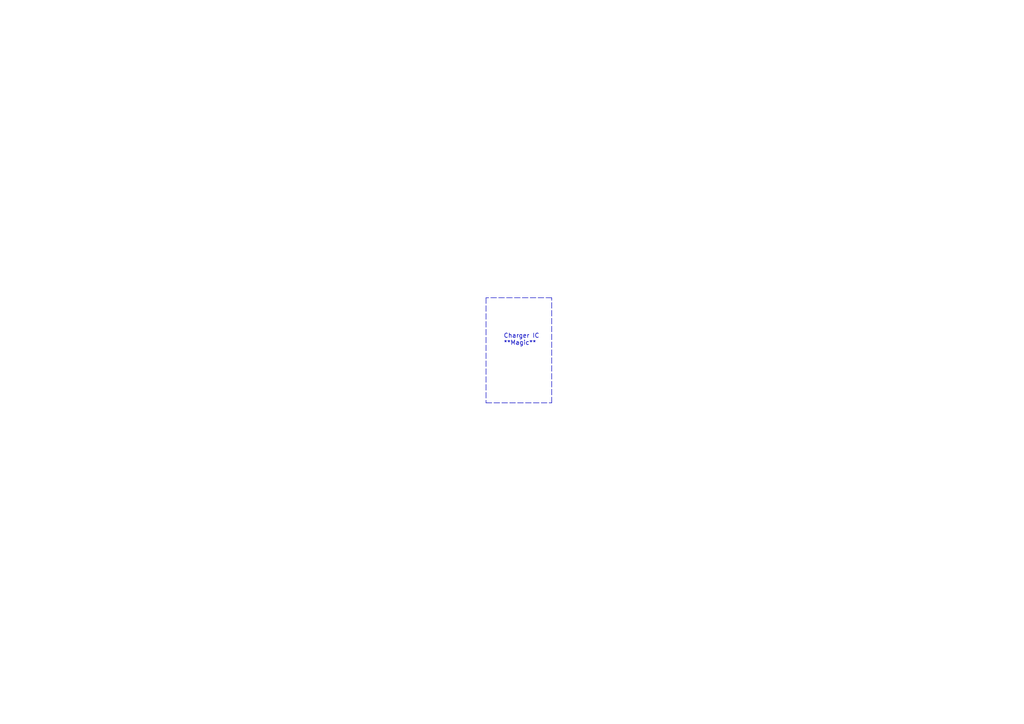
<source format=kicad_sch>
(kicad_sch (version 20211123) (generator eeschema)
  (paper "A4")
  (lib_symbols)
  (polyline (pts (xy 140.97 116.84) (xy 160.02 116.84)))
  (polyline (pts (xy 160.02 116.84) (xy 160.02 86.36)))
  (polyline (pts (xy 160.02 86.36) (xy 140.97 86.36)))
  (polyline (pts (xy 140.97 86.36) (xy 140.97 116.84)))
  (text "Charger IC\n**Magic**\n" (at 146.05 100.33 0) (effects (font (size 1.27 1.27)) (justify left bottom)))
)
</source>
